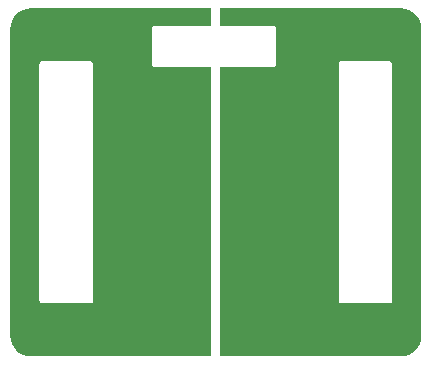
<source format=gtl>
G04*
G04 #@! TF.GenerationSoftware,Altium Limited,Altium Designer,21.7.2 (23)*
G04*
G04 Layer_Physical_Order=1*
G04 Layer_Color=255*
%FSLAX25Y25*%
%MOIN*%
G70*
G04*
G04 #@! TF.SameCoordinates,8300F03B-7B83-4255-BAC5-FFB0951DAD17*
G04*
G04*
G04 #@! TF.FilePolarity,Positive*
G04*
G01*
G75*
%ADD13C,0.01968*%
%ADD14C,0.09843*%
G36*
X382993Y340456D02*
X443000D01*
Y334662D01*
X424332D01*
X423934Y334583D01*
X423597Y334357D01*
X423372Y334020D01*
X423292Y333622D01*
Y321811D01*
X423372Y321413D01*
X423597Y321076D01*
X423934Y320850D01*
X424332Y320771D01*
X443000D01*
Y224426D01*
X382993D01*
X382984Y224424D01*
X381660Y224554D01*
X380377Y224943D01*
X379195Y225575D01*
X378159Y226425D01*
X377309Y227461D01*
X376677Y228643D01*
X376288Y229926D01*
X376157Y231250D01*
X376159Y231260D01*
Y333622D01*
X376157Y333632D01*
X376288Y334956D01*
X376677Y336239D01*
X377309Y337421D01*
X378159Y338457D01*
X379195Y339307D01*
X380377Y339939D01*
X381660Y340328D01*
X382984Y340458D01*
X382993Y340456D01*
D02*
G37*
G36*
X507627Y340328D02*
X508910Y339939D01*
X510092Y339307D01*
X511128Y338457D01*
X511978Y337421D01*
X512610Y336239D01*
X512999Y334956D01*
X513129Y333632D01*
X513128Y333622D01*
Y231260D01*
X513129Y231250D01*
X512999Y229926D01*
X512610Y228643D01*
X511978Y227461D01*
X511128Y226425D01*
X510092Y225575D01*
X508910Y224943D01*
X507627Y224554D01*
X506303Y224424D01*
X506293Y224426D01*
X446000D01*
Y320771D01*
X463702D01*
X464100Y320850D01*
X464437Y321076D01*
X464663Y321413D01*
X464742Y321811D01*
Y333622D01*
X464663Y334020D01*
X464437Y334357D01*
X464100Y334583D01*
X463702Y334662D01*
X446000D01*
Y340456D01*
X506293D01*
X506303Y340458D01*
X507627Y340328D01*
D02*
G37*
%LPC*%
G36*
X402678Y322851D02*
X386930D01*
X386533Y322772D01*
X386195Y322546D01*
X385970Y322209D01*
X385891Y321811D01*
Y243071D01*
X385970Y242673D01*
X386195Y242336D01*
X386533Y242110D01*
X386930Y242031D01*
X402678D01*
X403076Y242110D01*
X403414Y242336D01*
X403639Y242673D01*
X403718Y243071D01*
Y321811D01*
X403639Y322209D01*
X403414Y322546D01*
X403076Y322772D01*
X402678Y322851D01*
D02*
G37*
G36*
X502356D02*
X486608D01*
X486210Y322772D01*
X485873Y322546D01*
X485648Y322209D01*
X485568Y321811D01*
Y243071D01*
X485648Y242673D01*
X485873Y242336D01*
X486210Y242110D01*
X486608Y242031D01*
X502356D01*
X502754Y242110D01*
X503091Y242336D01*
X503317Y242673D01*
X503396Y243071D01*
Y321811D01*
X503317Y322209D01*
X503091Y322546D01*
X502754Y322772D01*
X502356Y322851D01*
D02*
G37*
%LPD*%
D13*
X469000Y236000D02*
D03*
Y239500D02*
D03*
Y243500D02*
D03*
Y247500D02*
D03*
Y251500D02*
D03*
X465000Y236000D02*
D03*
Y239500D02*
D03*
Y243500D02*
D03*
Y247500D02*
D03*
Y251500D02*
D03*
X460500Y236000D02*
D03*
Y239500D02*
D03*
Y243500D02*
D03*
Y247500D02*
D03*
Y251500D02*
D03*
X469000Y255500D02*
D03*
X465000D02*
D03*
X460500D02*
D03*
X429000Y236000D02*
D03*
X425000D02*
D03*
X429000Y239500D02*
D03*
X425000D02*
D03*
X429000Y243500D02*
D03*
X425000D02*
D03*
X429000Y247500D02*
D03*
X425000D02*
D03*
X429000Y251500D02*
D03*
X425000D02*
D03*
X421000Y236000D02*
D03*
Y239500D02*
D03*
Y243500D02*
D03*
Y247500D02*
D03*
Y251500D02*
D03*
X425000Y255500D02*
D03*
X429000D02*
D03*
X421000D02*
D03*
D14*
X464500Y310000D02*
D03*
X425130D02*
D03*
M02*

</source>
